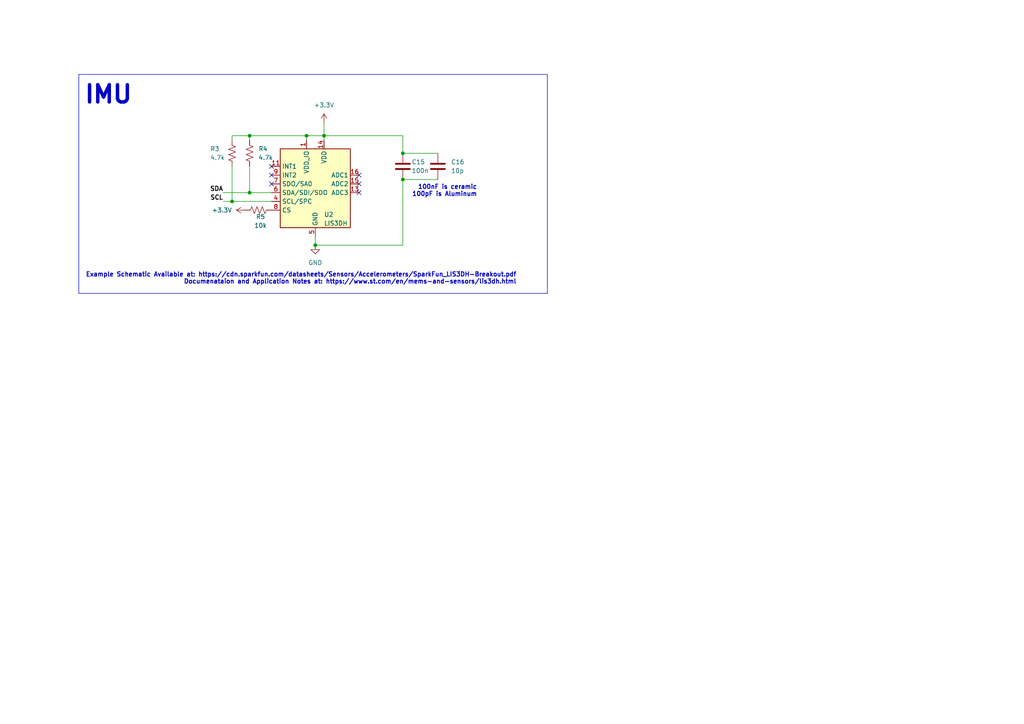
<source format=kicad_sch>
(kicad_sch (version 20230121) (generator eeschema)
  (paper "A4")
  (lib_symbols
    (symbol "Device:C" (pin_numbers hide) (pin_names (offset 0.254))
      (property "Reference" "C" (at 0.635 2.54 0))
      (property "Value" "C" (at 0.635 -2.54 0))
      (symbol "C_0_1"
        (polyline (pts (xy -2.032 -0.762) (xy 2.032 -0.762)) (stroke (width 0.508)))
        (polyline (pts (xy -2.032 0.762) (xy 2.032 0.762)) (stroke (width 0.508)))
      )
      (symbol "C_1_1"
        (pin passive line (at 0 3.81 270) (length 2.794) (name "~") (number "1"))
        (pin passive line (at 0 -3.81 90) (length 2.794) (name "~") (number "2"))
      )
    )
    (symbol "Device:R_US" (pin_numbers hide) (pin_names (offset 0))
      (property "Reference" "R" (at 2.54 0 90))
      (property "Value" "R_US" (at -2.54 0 90))
      (symbol "R_US_0_1"
        (polyline (pts (xy 0 -2.286) (xy 0 -2.54)))
        (polyline (pts (xy 0 2.286) (xy 0 2.54)))
        (polyline (pts (xy 0 -0.762) (xy 1.016 -1.143) (xy 0 -1.524) (xy -1.016 -1.905) (xy 0 -2.286)))
        (polyline (pts (xy 0 0.762) (xy 1.016 0.381) (xy 0 0) (xy -1.016 -0.381) (xy 0 -0.762)))
        (polyline (pts (xy 0 2.286) (xy 1.016 1.905) (xy 0 1.524) (xy -1.016 1.143) (xy 0 0.762)))
      )
      (symbol "R_US_1_1"
        (pin passive line (at 0 3.81 270) (length 1.27) (name "~") (number "1"))
        (pin passive line (at 0 -3.81 90) (length 1.27) (name "~") (number "2"))
      )
    )
    (symbol "Sensor_Motion:LIS3DH"
      (property "Reference" "U" (at -7.62 11.43 0))
      (property "Value" "LIS3DH" (at 6.35 11.43 0))
      (symbol "LIS3DH_0_1"
        (rectangle (start -10.16 10.16) (end 10.16 -12.7) (stroke (width 0.254)) (fill (type background)))
      )
      (symbol "LIS3DH_1_1"
        (pin power_in line (at -2.54 12.7 270) (length 2.54) (name "VDD_IO") (number "1"))
        (pin passive line (at 0 -15.24 90) (length 2.54) hide (name "GND") (number "10"))
        (pin output line (at -12.7 5.08 0) (length 2.54) (name "INT1") (number "11"))
        (pin passive line (at 0 -15.24 90) (length 2.54) hide (name "GND") (number "12"))
        (pin input line (at 12.7 -2.54 180) (length 2.54) (name "ADC3") (number "13"))
        (pin power_in line (at 2.54 12.7 270) (length 2.54) (name "VDD") (number "14"))
        (pin input line (at 12.7 0 180) (length 2.54) (name "ADC2") (number "15"))
        (pin input line (at 12.7 2.54 180) (length 2.54) (name "ADC1") (number "16"))
        (pin no_connect line (at 10.16 5.08 180) (length 2.54) hide (name "NC") (number "2"))
        (pin no_connect line (at 10.16 7.62 180) (length 2.54) hide (name "NC") (number "3"))
        (pin input line (at -12.7 -5.08 0) (length 2.54) (name "SCL/SPC") (number "4"))
        (pin power_in line (at 0 -15.24 90) (length 2.54) (name "GND") (number "5"))
        (pin bidirectional line (at -12.7 -2.54 0) (length 2.54) (name "SDA/SDI/SDO") (number "6"))
        (pin bidirectional line (at -12.7 0 0) (length 2.54) (name "SDO/SA0") (number "7"))
        (pin input line (at -12.7 -7.62 0) (length 2.54) (name "CS") (number "8"))
        (pin output line (at -12.7 2.54 0) (length 2.54) (name "INT2") (number "9"))
      )
    )
    (symbol "power:+3.3V" (power) (pin_names (offset 0))
      (property "Value" "+3.3V" (at 0 3.556 0))
      (symbol "+3.3V_0_1"
        (polyline (pts (xy -0.762 1.27) (xy 0 2.54)))
        (polyline (pts (xy 0 0) (xy 0 2.54)))
        (polyline (pts (xy 0 2.54) (xy 0.762 1.27)))
      )
      (symbol "+3.3V_1_1"
        (pin power_in line (at 0 0 90) (length 0) hide (name "+3.3V") (number "1"))
      )
    )
    (symbol "power:GND" (power) (pin_names (offset 0))
      (property "Value" "GND" (at 0 -3.81 0))
      (symbol "GND_0_1"
        (polyline (pts (xy 0 0) (xy 0 -1.27) (xy 1.27 -1.27) (xy 0 -2.54) (xy -1.27 -1.27) (xy 0 -1.27)))
      )
      (symbol "GND_1_1"
        (pin power_in line (at 0 0 270) (length 0) hide (name "GND") (number "1"))
      )
    )
  )
  (junction (at 88.9 39.37))
  (junction (at 72.39 39.37))
  (junction (at 116.84 44.45))
  (junction (at 116.84 52.07))
  (junction (at 67.31 58.42))
  (junction (at 93.98 39.37))
  (junction (at 72.39 55.88))
  (junction (at 91.44 71.12))
  (no_connect (at 78.74 53.34))
  (no_connect (at 78.74 48.26))
  (no_connect (at 78.74 50.8))
  (no_connect (at 104.14 53.34))
  (no_connect (at 104.14 50.8))
  (no_connect (at 104.14 55.88))
  (wire (pts (xy 64.77 58.42) (xy 67.31 58.42)))
  (wire (pts (xy 67.31 39.37) (xy 72.39 39.37)))
  (wire (pts (xy 116.84 44.45) (xy 127 44.45)))
  (wire (pts (xy 72.39 40.64) (xy 72.39 39.37)))
  (wire (pts (xy 93.98 39.37) (xy 93.98 40.64)))
  (wire (pts (xy 67.31 40.64) (xy 67.31 39.37)))
  (wire (pts (xy 116.84 71.12) (xy 91.44 71.12)))
  (wire (pts (xy 67.31 48.26) (xy 67.31 58.42)))
  (wire (pts (xy 116.84 39.37) (xy 116.84 44.45)))
  (wire (pts (xy 64.77 55.88) (xy 72.39 55.88)))
  (wire (pts (xy 91.44 71.12) (xy 91.44 68.58)))
  (wire (pts (xy 67.31 58.42) (xy 78.74 58.42)))
  (wire (pts (xy 93.98 35.56) (xy 93.98 39.37)))
  (wire (pts (xy 72.39 39.37) (xy 88.9 39.37)))
  (wire (pts (xy 88.9 39.37) (xy 93.98 39.37)))
  (wire (pts (xy 93.98 39.37) (xy 116.84 39.37)))
  (wire (pts (xy 72.39 48.26) (xy 72.39 55.88)))
  (wire (pts (xy 72.39 55.88) (xy 78.74 55.88)))
  (wire (pts (xy 116.84 52.07) (xy 116.84 71.12)))
  (wire (pts (xy 88.9 39.37) (xy 88.9 40.64)))
  (wire (pts (xy 116.84 52.07) (xy 127 52.07)))
  (rectangle (start 22.86 21.59) (end 158.75 85.09))
  (text "IMU" (at 24.13 30.48 0) (effects (font (size 5 5) bold) (justify left bottom)))
  (text "Example Schematic Available at: https://cdn.sparkfun.com/datasheets/Sensors/Accelerometers/SparkFun_LIS3DH-Breakout.pdf\nDocumenataion and Application Notes at: https://www.st.com/en/mems-and-sensors/lis3dh.html" (at 149.86 82.55 0) (effects (font (size 1.27 1.27) bold) (justify right bottom)))
  (text "100nF is ceramic\n100pF is Aluminum" (at 138.43 57.15 0) (effects (font (size 1.27 1.27) bold) (justify right bottom)))
  (label "SCL" (at 64.77 58.42 180) (effects (font bold)))
  (label "SDA" (at 64.77 55.88 180) (effects (font bold)))
  (symbol (lib_id "Device:R_US") (at 74.93 60.96 270) (unit 1)
    (property "Reference" "R5" (at 75.565 62.865 90))
    (property "Value" "10k" (at 75.565 65.405 90))
  )
  (symbol (lib_id "Device:C") (at 127 48.26 0) (unit 1)
    (property "Reference" "C16" (at 130.81 46.99 0) (effects (justify left)))
    (property "Value" "10p" (at 130.81 49.53 0) (effects (justify left)))
  )
  (symbol (lib_id "Device:R_US") (at 72.39 44.45 0) (unit 1)
    (property "Reference" "R4" (at 74.93 43.18 0) (effects (justify left)))
    (property "Value" "4.7k" (at 74.93 45.72 0) (effects (justify left)))
  )
  (symbol (lib_id "power:+3.3V") (at 93.98 35.56 0) (unit 1)
    (property "Reference" "#PWR027" (effects hide))
    (property "Value" "+3.3V" (at 93.98 30.48 0))
  )
  (symbol (lib_id "power:GND") (at 91.44 71.12 0) (unit 1)
    (property "Reference" "#PWR026" (effects hide))
    (property "Value" "GND" (at 91.44 76.2 0))
  )
  (symbol (lib_id "power:+3.3V") (at 71.12 60.96 90) (unit 1)
    (property "Reference" "#PWR028" (effects hide))
    (property "Value" "+3.3V" (at 67.31 60.96 90) (effects (justify left)))
  )
  (symbol (lib_id "Device:R_US") (at 67.31 44.45 0) (unit 1)
    (property "Reference" "R3" (at 60.96 43.18 0) (effects (justify left)))
    (property "Value" "4.7k" (at 60.96 45.72 0) (effects (justify left)))
  )
  (symbol (lib_id "Sensor_Motion:LIS3DH") (at 91.44 53.34 0) (unit 1)
    (property "Reference" "U2" (at 93.98 62.23 0) (effects (justify left)))
    (property "Value" "LIS3DH" (at 93.98 64.77 0) (effects (justify left)))
    (property "Footprint" "Package_LGA:LGA-16_3x3mm_P0.5mm_LayoutBorder3x5y" (effects hide))
    (property "Datasheet" "https://www.st.com/resource/en/datasheet/cd00274221.pdf" (effects hide))
  )
  (symbol (lib_id "Device:C") (at 116.84 48.26 0) (unit 1)
    (property "Reference" "C15" (at 119.38 46.99 0) (effects (justify left)))
    (property "Value" "100n" (at 119.38 49.53 0) (effects (justify left)))
  )
)
</source>
